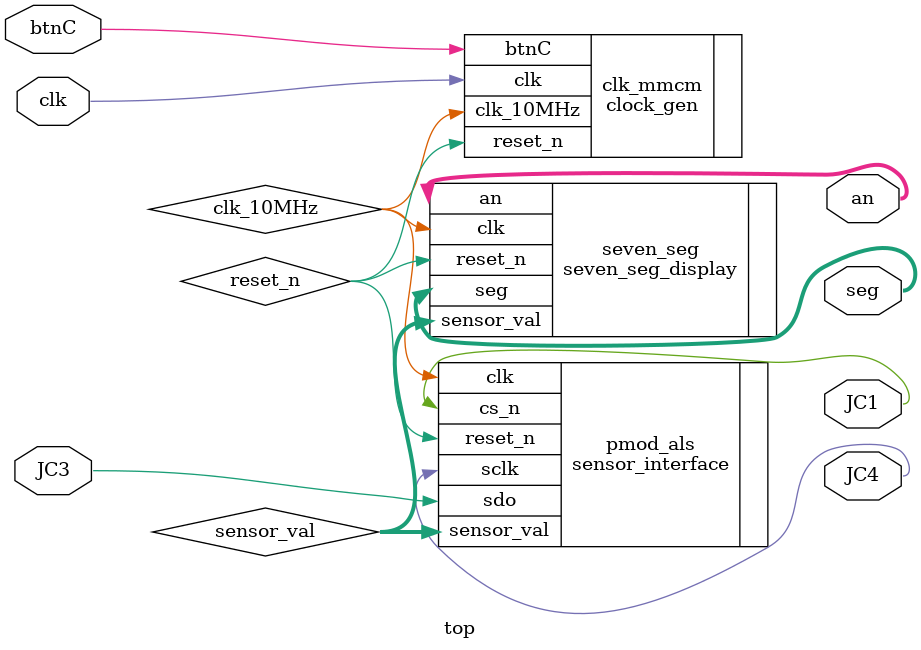
<source format=v>
`timescale 1ns / 1ps


module top(
    input clk,
    input btnC,
    output [6:0] seg,            
    output [3:0] an,
    
    //PMOD_ALS Sensor Ports
    input JC3,
    output JC1,
    output JC4
    );
    
   wire clk_10MHz;
   wire [7:0] sensor_val;
   wire reset_n;      
    
    clock_gen clk_mmcm
    (
        .clk_10MHz(clk_10MHz), 
        .reset_n(reset_n),
        .btnC(btnC),
        .clk(clk)
    );
    
    sensor_interface pmod_als
    (
        .clk(clk_10MHz),
        .reset_n(reset_n),
        .sdo(JC3),
        .sclk(JC4),
        .cs_n(JC1),
        .sensor_val(sensor_val)
    );
        
    seven_seg_display seven_seg
    (
        .clk(clk_10MHz),                      
        .reset_n(reset_n),                  
        .an(an),                
        .seg(seg),              
        .sensor_val(sensor_val)
    );  
    
    
    
endmodule

</source>
